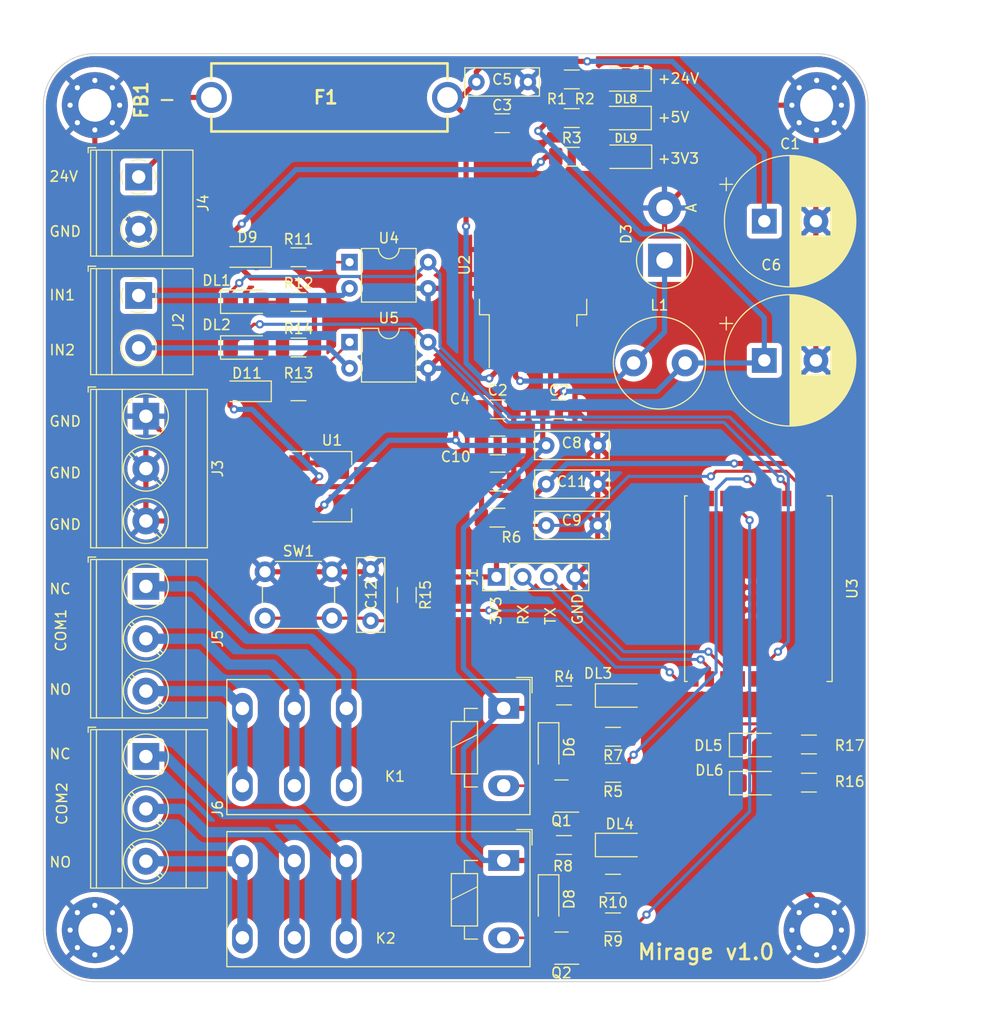
<source format=kicad_pcb>
(kicad_pcb (version 20221018) (generator pcbnew)
  (layers (0 "F.Cu" signal) (31 "B.Cu" signal) (34 "B.Paste" user) (35 "F.Paste" user) (36 "B.SilkS" user "B.Silkscreen") (37 "F.SilkS" user "F.Silkscreen") (38 "B.Mask" user) (39 "F.Mask" user) (44 "Edge.Cuts" user))
  (net 0 "")
  (net 1 "+24V")
  (net 2 "GND")
  (net 3 "+5V")
  (net 4 "+3.3V")
  (net 5 "/EN")
  (net 6 "/SW1")
  (net 7 "Net-(D3-K)")
  (net 8 "Net-(D6-A)")
  (net 9 "Net-(D8-A)")
  (net 10 "Net-(D9-K)")
  (net 11 "Net-(D11-K)")
  (net 12 "/IO1")
  (net 13 "Net-(DL1-A)")
  (net 14 "/IO2")
  (net 15 "Net-(DL2-A)")
  (net 16 "Net-(DL3-A)")
  (net 17 "Net-(DL4-A)")
  (net 18 "/DL1")
  (net 19 "Net-(DL5-A)")
  (net 20 "/DL2")
  (net 21 "Net-(DL6-A)")
  (net 22 "Net-(DL7-A)")
  (net 23 "Net-(DL8-A)")
  (net 24 "Net-(DL9-A)")
  (net 25 "Net-(F1-Pad1)")
  (net 26 "/24IN")
  (net 27 "/RX")
  (net 28 "/TX")
  (net 29 "/IN1")
  (net 30 "/IN2")
  (net 31 "Net-(J5-Pin_1)")
  (net 32 "Net-(J5-Pin_2)")
  (net 33 "Net-(J5-Pin_3)")
  (net 34 "Net-(J6-Pin_1)")
  (net 35 "Net-(J6-Pin_2)")
  (net 36 "Net-(J6-Pin_3)")
  (net 37 "Net-(Q1-B)")
  (net 38 "Net-(Q2-B)")
  (net 39 "/RELAY1")
  (net 40 "/RELAY2")
  (net 41 "Net-(R11-Pad1)")
  (net 42 "Net-(R13-Pad1)")
  (footprint "ESP:ESP32-C3-WROOM-02U" (layer "F.Cu") (at 159.35 111.89 -90)
    (fp_text reference "U3")
    (fp_text value "ESP32-C3-WROOM-02")
  )
  (footprint "Resistor_SMD:R_1206_3216Metric_Pad1.30x1.75mm_HandSolder" (layer "F.Cu") (at 164.25 130.7 180)
    (fp_text reference "R16")
    (fp_text value "1k")
  )
  (footprint "LED_SMD:LED_1206_3216Metric_Pad1.42x1.75mm_HandSolder" (layer "F.Cu") (at 109.65 84.056666)
    (fp_text reference "DL1")
    (fp_text value "LED_YELLOW")
  )
  (footprint "TerminalBlock_Phoenix:TerminalBlock_Phoenix_MKDS-1,5-2-5.08_1x02_P5.08mm_Horizontal" (layer "F.Cu") (at 99.25 83.455 -90)
    (fp_text reference "J2")
    (fp_text value "Screw_Terminal_01x02")
  )
  (footprint "Relay_THT:Relay_SPDT_Schrack-RT1-16A-FormC_RM5mm" (layer "F.Cu") (at 134.65 123.5 180)
    (fp_text reference "K1")
    (fp_text value "RT314A05")
  )
  (footprint "Relay_THT:Relay_SPDT_Schrack-RT1-16A-FormC_RM5mm" (layer "F.Cu") (at 134.65 138.25 180)
    (fp_text reference "K2")
    (fp_text value "RT314A05")
  )
  (footprint "TerminalBlock_Phoenix:TerminalBlock_Phoenix_MKDS-3-3-5.08_1x03_P5.08mm_Horizontal" (layer "F.Cu") (at 99.95 128.165 -90)
    (fp_text reference "J6")
    (fp_text value "Screw_Terminal_01x03")
  )
  (footprint "Resistor_SMD:R_1206_3216Metric_Pad1.30x1.75mm_HandSolder" (layer "F.Cu") (at 141.25 70)
    (fp_text reference "R3")
    (fp_text value "1k")
  )
  (footprint "Diode_SMD:D_SOD-123" (layer "F.Cu") (at 109.75 92.75 180)
    (fp_text reference "D11")
    (fp_text value "1N4148W-G")
  )
  (footprint "Capacitor_SMD:C_1206_3216Metric_Pad1.33x1.80mm_HandSolder" (layer "F.Cu") (at 134.0625 101.5)
    (fp_text reference "C10")
    (fp_text value "22u")
  )
  (footprint "Capacitor_SMD:C_1206_3216Metric_Pad1.33x1.80mm_HandSolder" (layer "F.Cu") (at 134.0625 98)
    (fp_text reference "C4")
    (fp_text value "22u")
  )
  (footprint "Diode_SMD:D_SOD-123" (layer "F.Cu") (at 139 127.25 -90)
    (fp_text reference "D6")
    (fp_text value "1N4148W-G")
  )
  (footprint "Resistor_SMD:R_1206_3216Metric_Pad1.30x1.75mm_HandSolder" (layer "F.Cu") (at 141.25 66.25)
    (fp_text reference "R2")
    (fp_text value "1k")
  )
  (footprint "Inductor_THT:L_Radial_D8.7mm_P5.00mm_Fastron_07HCP" (layer "F.Cu") (at 147.25 90)
    (fp_text reference "L1")
    (fp_text value "33u")
  )
  (footprint "Capacitor_THT:C_Disc_D7.0mm_W2.5mm_P5.00mm" (layer "F.Cu") (at 132 62.75)
    (fp_text reference "C5")
    (fp_text value "100n")
  )
  (footprint "Resistor_SMD:R_1206_3216Metric_Pad1.30x1.75mm_HandSolder" (layer "F.Cu") (at 145.25 144.25 180)
    (fp_text reference "R9")
    (fp_text value "1k")
  )
  (footprint "Resistor_SMD:R_1206_3216Metric_Pad1.30x1.75mm_HandSolder" (layer "F.Cu") (at 114.75 88.503334)
    (fp_text reference "R14")
    (fp_text value "4k7")
  )
  (footprint "Capacitor_SMD:C_1206_3216Metric_Pad1.33x1.80mm_HandSolder" (layer "F.Cu") (at 134.0625 94.5)
    (fp_text reference "C2")
    (fp_text value "22u")
  )
  (footprint "Resistor_SMD:R_1206_3216Metric_Pad1.30x1.75mm_HandSolder" (layer "F.Cu") (at 140.5 136.75)
    (fp_text reference "R8")
    (fp_text value "1k")
  )
  (footprint "Capacitor_THT:C_Disc_D7.0mm_W2.5mm_P5.00mm" (layer "F.Cu") (at 138.77 105.75)
    (fp_text reference "C9")
    (fp_text value "100n")
  )
  (footprint "Resistor_SMD:R_1206_3216Metric_Pad1.30x1.75mm_HandSolder" (layer "F.Cu") (at 164.25 127 180)
    (fp_text reference "R17")
    (fp_text value "1k")
  )
  (footprint "LED_SMD:LED_1206_3216Metric_Pad1.42x1.75mm_HandSolder" (layer "F.Cu") (at 146.5 66.25 180)
    (fp_text reference "DL8")
    (fp_text value "LED_BLUE")
  )
  (footprint "LED_SMD:LED_1206_3216Metric_Pad1.42x1.75mm_HandSolder" (layer "F.Cu") (at 146.545 70 180)
    (fp_text reference "DL9")
    (fp_text value "LED_BLUE")
  )
  (footprint "TerminalBlock_Phoenix:TerminalBlock_Phoenix_MKDS-3-3-5.08_1x03_P5.08mm_Horizontal" (layer "F.Cu") (at 99.95 111.665 -90)
    (fp_text reference "J5")
    (fp_text value "Screw_Terminal_01x03")
  )
  (footprint "Capacitor_SMD:C_1206_3216Metric_Pad1.33x1.80mm_HandSolder" (layer "F.Cu") (at 134.5 66.75)
    (fp_text reference "C3")
    (fp_text value "22u")
  )
  (footprint "Resistor_SMD:R_1206_3216Metric_Pad1.30x1.75mm_HandSolder" (layer "F.Cu") (at 134.0325 105)
    (fp_text reference "R6")
    (fp_text value "10k")
  )
  (footprint "Capacitor_THT:C_Disc_D7.0mm_W2.5mm_P5.00mm" (layer "F.Cu") (at 138.77 101.75)
    (fp_text reference "C11")
    (fp_text value "100n")
  )
  (footprint "LED_SMD:LED_1206_3216Metric_Pad1.42x1.75mm_HandSolder" (layer "F.Cu") (at 159 130.75)
    (fp_text reference "DL6")
    (fp_text value "LED_YELLOW")
  )
  (footprint "MountingHole:MountingHole_3.2mm_M3_Pad_Via" (layer "F.Cu") (at 95 65)
    (fp_text reference "H1" hide)
    (fp_text value "Hole_Pad")
  )
  (footprint "Package_DIP:DIP-4_W7.62mm" (layer "F.Cu") (at 119.7 80.225)
    (fp_text reference "U4")
    (fp_text value "LTV-817")
  )
  (footprint "TerminalBlock_Phoenix:TerminalBlock_Phoenix_MKDS-1,5-2-5.08_1x02_P5.08mm_Horizontal" (layer "F.Cu") (at 99.25 71.955 -90)
    (fp_text reference "J4")
    (fp_text value "Screw_Terminal_01x02")
  )
  (footprint "Capacitor_THT:C_Disc_D7.0mm_W2.5mm_P5.00mm" (layer "F.Cu") (at 121.75 115 90)
    (fp_text reference "C12")
    (fp_text value "100n")
  )
  (footprint "MountingHole:MountingHole_3.2mm_M3_Pad_Via" (layer "F.Cu") (at 95 145)
    (fp_text reference "H4" hide)
    (fp_text value "Hole_Pad")
  )
  (footprint "Package_DIP:DIP-4_W7.62mm" (layer "F.Cu") (at 119.7 87.975)
    (fp_text reference "U5")
    (fp_text value "LTV-817")
  )
  (footprint "Resistor_SMD:R_1206_3216Metric_Pad1.30x1.75mm_HandSolder" (layer "F.Cu") (at 114.75 92.75 180)
    (fp_text reference "R13")
    (fp_text value "4k7")
  )
  (footprint "LED_SMD:LED_1206_3216Metric_Pad1.42x1.75mm_HandSolder" (layer "F.Cu") (at 146 122.25)
    (fp_text reference "DL3")
    (fp_text value "LED_YELLOW")
  )
  (footprint "Diode_THT:D_DO-201AD_P5.08mm_Vertical_AnodeUp" (layer "F.Cu") (at 150.25 80.04 90)
    (fp_text reference "D3")
    (fp_text value "1N5822")
  )
  (footprint "LED_SMD:LED_1206_3216Metric_Pad1.42x1.75mm_HandSolder" (layer "F.Cu") (at 146 136.75)
    (fp_text reference "DL4")
    (fp_text value "LED_YELLOW")
  )
  (footprint "LED_SMD:LED_1206_3216Metric_Pad1.42x1.75mm_HandSolder" (layer "F.Cu") (at 109.65 88.5)
    (fp_text reference "DL2")
    (fp_text value "LED_YELLOW")
  )
  (footprint "Diode_SMD:D_SOD-123" (layer "F.Cu") (at 139 142 -90)
    (fp_text reference "D8")
    (fp_text value "1N4148W-G")
  )
  (footprint "LED_SMD:LED_1206_3216Metric_Pad1.42x1.75mm_HandSolder" (layer "F.Cu") (at 159 127.05)
    (fp_text reference "DL5")
    (fp_text value "LED_YELLOW")
  )
  (footprint "Resistor_SMD:R_1206_3216Metric_Pad1.30x1.75mm_HandSolder" (layer "F.Cu") (at 114.75 84.083333)
    (fp_text reference "R12")
    (fp_text value "4k7")
  )
  (footprint "Package_TO_SOT_SMD:TO-263-5_TabPin3" (layer "F.Cu") (at 137.5 80.5 90)
    (fp_text reference "U2")
    (fp_text value "LM2596S-5")
  )
  (footprint "Resistor_SMD:R_1206_3216Metric_Pad1.30x1.75mm_HandSolder" (layer "F.Cu") (at 140.5 122.25)
    (fp_text reference "R4")
    (fp_text value "1k")
  )
  (footprint "Resistor_SMD:R_1206_3216Metric_Pad1.30x1.75mm_HandSolder" (layer "F.Cu") (at 145.25 140.5 180)
    (fp_text reference "R10")
    (fp_text value "10k")
  )
  (footprint "Fuse_Holder_FX:FX0321" (layer "F.Cu") (at 117.75 64.25)
    (fp_text reference "F1")
    (fp_text value "Polyfuse" hide)
  )
  (footprint "MountingHole:MountingHole_3.2mm_M3_Pad_Via" (layer "F.Cu") (at 165 65)
    (fp_text reference "H2" hide)
    (fp_text value "Hole_Pad")
  )
  (footprint "Resistor_SMD:R_1206_3216Metric_Pad1.30x1.75mm_HandSolder" (layer "F.Cu") (at 145.25 126.25 180)
    (fp_text reference "R7")
    (fp_text value "10k")
  )
  (footprint "LED_SMD:LED_1206_3216Metric_Pad1.42x1.75mm_HandSolder" (layer "F.Cu") (at 146.5 62.5 180)
    (fp_text reference "DL7" hide)
    (fp_text value "LED_BLUE")
  )
  (footprint "Resistor_SMD:R_1206_3216Metric_Pad1.30x1.75mm_HandSolder" (layer "F.Cu") (at 141.25 62.5)
    (fp_text reference "R1")
    (fp_text value "1k")
  )
  (footprint "Capacitor_THT:C_Disc_D7.0mm_W2.5mm_P5.00mm" (layer "F.Cu") (at 138.77 98)
    (fp_text reference "C8")
    (fp_text value "100n")
  )
  (footprint "Resistor_SMD:R_1206_3216Metric_Pad1.30x1.75mm_HandSolder" (layer "F.Cu") (at 125.25 112.5 -90)
    (fp_text reference "R15")
    (fp_text value "10k")
  )
  (footprint "BLM:BLM21AG102BH1J" (layer "F.Cu") (at 102 64.5 90)
    (fp_text reference "FB1")
    (fp_text value "Fuse" hide)
  )
  (footprint "Resistor_SMD:R_1206_3216Metric_Pad1.30x1.75mm_HandSolder" (layer "F.Cu") (at 114.75 79.75 180)
    (fp_text reference "R11")
    (fp_text value "4k7")
  )
  (footprint "Resistor_SMD:R_1206_3216Metric_Pad1.30x1.75mm_HandSolder" (layer "F.Cu") (at 145.25 129.75 180)
    (fp_text reference "R5")
    (fp_text value "1k")
  )
  (footprint "Diode_SMD:D_SOD-123" (layer "F.Cu") (at 109.75 79.72 180)
    (fp_text reference "D9")
    (fp_text value "1N4148W-G")
  )
  (footprint "Package_TO_SOT_SMD:SOT-223-3_TabPin2" (layer "F.Cu") (at 118 102)
    (fp_text reference "U1")
    (fp_text value "TLV1117LV-3.3")
  )
  (footprint "Package_TO_SOT_SMD:SOT-23" (layer "F.Cu") (at 140.25 146.75 180)
    (fp_text reference "Q2")
    (fp_text value "BC817")
  )
  (footprint "Capacitor_SMD:C_1206_3216Metric_Pad1.33x1.80mm_HandSolder" (layer "F.Cu") (at 140 94.5)
    (fp_text reference "C7")
    (fp_text value "22u")
  )
  (footprint "Capacitor_THT:CP_Radial_D12.5mm_P5.00mm" (layer "F.Cu") (at 159.926041 89.75)
    (fp_text reference "C6")
    (fp_text value "220u")
  )
  (footprint "MountingHole:MountingHole_3.2mm_M3_Pad_Via" (layer "F.Cu") (at 165 145)
    (fp_text reference "H3" hide)
    (fp_text value "Hole_Pad")
  )
  (footprint "Connector_PinHeader_2.54mm:PinHeader_1x04_P2.54mm_Vertical" (layer "F.Cu") (at 133.95 110.75 90)
    (fp_text reference "J1")
    (fp_text value "Conn_01x04_Pin")
  )
  (footprint "TerminalBlock_Phoenix:TerminalBlock_Phoenix_MKDS-3-3-5.08_1x03_P5.08mm_Horizontal" (layer "F.Cu") (at 99.95 95.165 -90)
    (fp_text reference "J3")
    (fp_text value "Screw_Terminal_01x03")
  )
  (footprint "Button_Switch_THT:SW_PUSH_6mm_H5mm" (layer "F.Cu") (at 111.5 110.25)
    (fp_text reference "SW1")
    (fp_text value "SW_SPST")
  )
  (footprint "Package_TO_SOT_SMD:SOT-23" (layer "F.Cu") (at 140.25 132 180)
    (fp_text reference "Q1")
    (fp_text value "BC817")
  )
  (footprint "Capacitor_THT:CP_Radial_D12.5mm_P5.00mm" (layer "F.Cu") (at 159.926041 76.25)
    (fp_text reference "C1")
    (fp_text value "680u")
  )
  (gr_line (start 165 150) (end 95 150) (stroke (width 0.1)) (layer "Edge.Cuts"))
  (gr_arc (start 95 150) (mid 91.464466 148.535534) (end 90 145) (stroke (width 0.1)) (layer "Edge.Cuts"))
  (gr_line (start 170 65) (end 170 145) (stroke (width 0.1)) (layer "Edge.Cuts"))
  (gr_arc (start 170 145) (mid 168.535534 148.535534) (end 165 150) (stroke (width 0.1)) (layer "Edge.Cuts"))
  (gr_line (start 90 145) (end 90 65) (stroke (width 0.1)) (layer "Edge.Cuts"))
  (gr_arc (start 165 60) (mid 168.535534 61.464466) (end 170 65) (stroke (width 0.1)) (layer "Edge.Cuts"))
  (gr_arc (start 90 65) (mid 91.464466 61.464466) (end 95 60) (stroke (width 0.1)) (layer "Edge.Cuts"))
  (gr_line (start 95 60) (end 165 60) (stroke (width 0.1)) (layer "Edge.Cuts"))
  (gr_text "NC" (at 90.5 112.5) (layer "F.SilkS") (effects (font (size 1 1)) (justify left bottom)))
  (gr_text "NO" (at 90.5 122.25) (layer "F.SilkS") (effects (font (size 1 1)) (justify left bottom)))
  (gr_text "GND" (at 90.5 96.25) (layer "F.SilkS") (effects (font (size 1 1)) (justify left bottom)))
  (gr_text "+24V" (at 149.5 63) (layer "F.SilkS") (effects (font (size 1 1)) (justify left bottom)))
  (gr_text "GND" (at 90.5 106.25) (layer "F.SilkS") (effects (font (size 1 1)) (justify left bottom)))
  (gr_text "Mirage v1.0" (at 147.5 148) (layer "F.SilkS") (effects (font (size 1.5 1.5) (thickness 0.25) bold) (justify left bottom)))
  (gr_text "GND" (at 90.5 101.25) (layer "F.SilkS") (effects (font (size 1 1)) (justify left bottom)))
  (gr_text "24V" (at 90.5 72.5) (layer "F.SilkS") (effects (font (size 1 1)) (justify left bottom)))
  (gr_text "COM2" (at 92.4 134.9 90) (layer "F.SilkS") (effects (font (size 1 1)) (justify left bottom)))
  (gr_text "GND" (at 142.4 115.5 90) (layer "F.SilkS") (effects (font (size 1 1)) (justify left bottom)))
  (gr_text "+5V" (at 149.5 66.75) (layer "F.SilkS") (effects (font (size 1 1)) (justify left bottom)))
  (gr_text "3V3" (at 134.5 115.5 90) (layer "F.SilkS") (effects (font (size 1 1)) (justify left bottom)))
  (gr_text "+3V3" (at 149.5 70.75) (layer "F.SilkS") (effects (font (size 1 1)) (justify left bottom)))
  (gr_text "NC" (at 90.5 128.5) (layer "F.SilkS") (effects (font (size 1 1)) (justify left bottom)))
  (gr_text "TX" (at 139.766666 115.5 90) (layer "F.SilkS") (effects (font (size 1 1)) (justify left bottom)))
  (gr_text "COM1" (at 92.3 118.1 90) (layer "F.SilkS") (effects (font (size 1 1)) (justify left bottom)))
  (gr_text "GND" (at 90.5 77.833333) (layer "F.SilkS") (effects (font (size 1 1)) (justify left bottom)))
  (gr_text "NO" (at 90.5 139) (layer "F.SilkS") (effects (font (size 1 1)) (justify left bottom)))
  (gr_text "IN1" (at 90.5 84) (layer "F.SilkS") (effects (font (size 1 1)) (justify left bottom)))
  (gr_text "IN2" (at 90.5 89.333334) (layer "F.SilkS") (effects (font (size 1 1)) (justify left bottom)))
  (gr_text "RX" (at 137.133333 115.5 90) (layer "F.SilkS") (effects (font (size 1 1)) (justify left bottom)))
  (segment (start 141.45 60.75) (end 142.75 60.75) (width 0.5) (layer "F.Cu") (net 1))
  (segment (start 132.75 61) (end 132 61.75) (width 0.5) (layer "F.Cu") (net 1))
  (segment (start 138.2 61) (end 132.75 61) (width 0.5) (layer "F.Cu") (net 1))
  (segment (start 131 68.6875) (end 131 76.75) (width 0.5) (layer "F.Cu") (net 1))
  (segment (start 132.9375 66.75) (end 131.7 66.75) (width 0.5) (layer "F.Cu") (net 1))
  (segment (start 132 61.75) (end 132 62.75) (width 0.5) (layer "F.Cu") (net 1))
  (segment (start 132.9375 66.75) (end 131 68.6875) (width 0.5) (layer "F.Cu") (net 1))
  (segment (start 134.1 90.65) (end 133.25 91.5) (width 0.5) (layer "F.Cu") (net 1))
  (segment (start 131.7 66.75) (end 129.2 64.25) (width 0.5) (layer "F.Cu") (net 1))
  (segment (start 130.5 64.25) (end 132 62.75) (width 0.5) (layer "F.Cu") (net 1))
  (segment (start 139.7 62.5) (end 138.2 61) (width 0.5) (layer "F.Cu") (net 1))
  (segment (start 139.7 62.5) (end 141.45 60.75) (width 0.5) (layer "F.Cu") (net 1))
  (segment (start 129.2 64.25) (end 130.5 64.25) (width 0.5) (layer "F.Cu") (net 1))
  (segment (start 134.1 88.15) (end 134.1 90.65) (width 0.5) (layer "F.Cu") (net 1))
  (via (at 142.75 60.75) (size 0.8) (drill 0.4) (layers "F.Cu" "B.Cu") (net 1))
  (via (at 133.25 91.5) (size 0.8) (drill 0.4) (layers "F.Cu" "B.Cu") (net 1))
  (via (at 131 76.75) (size 0.8) (drill 0.4) (layers "F.Cu" "B.Cu") (net 1))
  (segment (start 132.5 91.5) (end 131 90) (width 0.5) (layer "B.Cu") (net 1))
  (segment (start 159.926041 76.25) (end 159.926041 69.676041) (width 0.5) (layer "B.Cu") (net 1))
  (segment (start 151 60.75) (end 142.75 60.75) (width 0.5) (layer "B.Cu") (net 1))
  (segment (start 131 90) (end 131 76.75) (width 0.5) (layer "B.Cu") (net 1))
  (segment (start 133.25 91.5) (end 132.5 91.5) (width 0.5) (layer "B.Cu") (net 1))
  (segment (start 159.926041 69.676041) (end 151 60.75) (width 0.5) (layer "B.Cu") (net 1))
  (segment (start 135.625 98) (end 135.625 94.5) (width 0.5) (layer "F.Cu") (net 2))
  (segment (start 150.25 74.96) (end 160.21 65) (width 0.5) (layer "F.Cu") (net 2))
  (segment (start 143.77 105.75) (end 143.77 108.55) (width 0.5) (layer "F.Cu") (net 2))
  (segment (start 143.7 126.25) (end 141.1875 128.7625) (width 0.5) (layer "F.Cu") (net 2))
  (segment (start 143.77 98) (end 143.77 96.7075) (width 0.5) (layer "F.Cu") (net 2))
  (segment (start 147.9875 66.25) (end 147.9875 69.955) (width 0.5) (layer "F.Cu") (net 2))
  (segment (start 134.725 83.11) (end 134.725 81.425) (width 0.5) (layer "F.Cu") (net 2))
  (segment (start 136.0625 66.75) (end 136.0625 63.6875) (width 0.5) (layer "F.Cu") (net 2))
  (segment (start 137.5 92.625) (end 137.5 88.15) (width 0.5) (layer "F.Cu") (net 2))
  (segment (start 157.8 111.75) (end 158.9 111.75) (width 0.5) (layer "F.Cu") (net 2))
  (segment (start 147.9875 69.955) (end 148.0325 70) (width 0.5) (layer "F.Cu") (net 2))
  (segment (start 127.32 90.515) (end 134.725 83.11) (width 0.5) (layer "F.Cu") (net 2))
  (segment (start 121.5 110.25) (end 121.75 110) (width 0.5) (layer "F.Cu") (net 2))
  (segment (start 158.9 112.8) (end 158.9 111.75) (width 0.5) (layer "F.Cu") (net 2))
  (segment (start 153.1 103.14) (end 153.1 107.05) (width 0.5) (layer "F.Cu") (net 2))
  (segment (start 141.1875 143.0125) (end 141.1875 145.8) (width 0.5) (layer "F.Cu") (net 2))
  (segment (start 137.5 88.15) (end 137.5 79) (width 0.5) (layer "F.Cu") (net 2))
  (segment (start 157.8 112.8) (end 157.8 113.95) (width 0.5) (layer "F.Cu") (net 2))
  (segment (start 136.0625 63.6875) (end 137 62.75) (width 0.5) (layer "F.Cu") (net 2))
  (segment (start 165 142.25) (end 165 145) (width 0.5) (layer "F.Cu") (net 2))
  (segment (start 95 72.785) (end 99.25 77.035) (width 0.5) (layer "F.Cu") (net 2))
  (segment (start 99.25 77.035) (end 95 81.285) (width 0.5) (layer "F.Cu") (net 2))
  (segment (start 151.71 101.75) (end 153.1 103.14) (width 0.5) (layer "F.Cu") (net 2))
  (segment (start 157.8 111.75) (end 157.8 112.8) (width 0.5) (layer "F.Cu") (net 2))
  (segment (start 157.8 113.95) (end 158.9 113.95) (width 0.5) (layer "F.Cu") (net 2))
  (segment (start 140.9 82.4) (end 137.5 79) (width 0.5) (layer "F.Cu") (net 2))
  (segment (start 140.9 88.15) (end 140.9 82.4) (width 0.5) (layer "F.Cu") (net 2))
  (segment (start 160 112.8) (end 158.9 112.8) (width 0.5) (layer "F.Cu") (net 2))
  (segment (start 160.21 65) (end 165 65) (width 0.5) (layer "F.Cu") (net 2))
  (segment (start 106.575 105.325) (end 99.95 105.325) (width 0.5) (layer "F.Cu") (net 2))
  (segment (start 141.89 74.96) (end 140.275 76.575) (width 0.5) (layer "F.Cu") (net 2))
  (segment (start 150.25 74.96) (end 141.89 74.96) (width 0.5) (layer "F.Cu") (net 2))
  (segment (start 111.5 110.25) (end 106.575 105.325) (width 0.5) (layer "F.Cu") (net 2))
  (segment (start 148.65 117.83) (end 148.65 128.65) (width 0.5) (layer "F.Cu") (net 2))
  (segment (start 135.625 94.5) (end 137.5 92.625) (width 0.5) (layer "F.Cu") (net 2))
  (segment (start 124.035 90.515) (end 114.85 99.7) (width 0.5) (layer "F.Cu") (net 2))
  (segment (start 143.77 101.75) (end 151.71 101.75) (width 0.5) (layer "F.Cu") (net 2))
  (segment (start 143.7 126.25) (end 145.025 124.925) (width 0.5) (layer "F.Cu") (net 2))
  (segment (start 148.0325 70) (end 150.25 72.2175) (width 0.5) (layer "F.Cu") (net 2))
  (segment (start 164.926041 65.073959) (end 165 65) (width 0.5) (layer "F.Cu") (net 2))
  (segment (start 145.025 139.175) (end 159.175 139.175) (width 0.5) (layer "F.Cu") (net 2))
  (segment (start 148.65 128.65) (end 165 145) (width 0.5) (layer "F.Cu") (net 2))
  (segment (start 143.7 140.5) (end 141.1875 143.0125) (width 0.5) (layer "F.Cu") (net 2))
  (segment (start 127.32 90.515) (end 124.035 90.515) (width 0.5) (layer "F.Cu") (net 2))
  (segment (start 159.175 139.175) (end 165 145) (width 0.5) (layer "F.Cu") (net 2))
  (segment (start 127.32 90.515) (end 130.567449 90.515) (width 0.5) (layer "F.Cu") (net 2))
  (segment (start 95 65) (end 95 72.785) (width 0.5) (layer "F.Cu") (net 2))
  (segment (start 143.77 98) (end 143.77 101.75) (width 0.5) (layer "F.Cu") (net 2))
  (segment (start 160 113.95) (end 158.9 113.95) (width 0.5) (layer "F.Cu") (net 2))
  (segment (start 150.25 72.2175) (end 150.25 74.96) (width 0.5) (layer "F.Cu") (net 2))
  (segment (start 158.9 113.95) (end 158.9 112.8) (width 0.5) (layer "F.Cu") (net 2))
  (segment (start 118 110.25) (end 111.5 110.25) (width 0.5) (layer "F.Cu") (net 2))
  (segment (start 160 112.8) (end 160 113.95) (width 0.5) (layer "F.Cu") (net 2))
  (segment (start 99.25 149.25) (end 160.75 149.25) (width 0.5) (layer "F.Cu") (net 2))
  (segment (start 147.675 124.925) (end 165 142.25) (width 0.5) (layer "F.Cu") (net 2))
  (segment (start 153.1 107.05) (end 157.8 111.75) (width 0.5) (layer "F.Cu") (net 2))
  (segment (start 143.7 140.5) (end 145.025 139.175) (width 0.5) (layer "F.Cu") (net 2))
  (segment (start 136.0625 75.2375) (end 134.725 76.575) (width 0.5) (layer "F.Cu") (net 2))
  (segment (start 141.57 110.75) (end 148.65 117.83) (width 0.5) (layer "F.Cu") (net 2))
  (segment (start 104.485 99.7) (end 99.95 95.165) (width 0.5) (layer "F.Cu") (net 2))
  (segment (start 95 81.285) (end 95 92.75) (width 0.5) (layer "F.Cu") (net 2))
  (segment (start 134.552449 94.5) (end 135.625 94.5) (width 0.5) (layer "F.Cu") (net 2))
  (segment (start 141.5625 88.8125) (end 140.9 88.15) (width 0.5) (layer "F.Cu") (net 2))
  (segment (start 130.567449 90.515) (end 134.552449 94.5) (width 0.5) (layer "F.Cu") (net 2))
  (segment (start 164.926041 76.25) (end 164.926041 89.75) (width 0.5) (layer "F.Cu") (net 2))
  (segment (start 160 111.75) (end 160 112.8) (width 0.5) (layer "F.Cu") (net 2))
  (segment (start 143.77 105.75) (end 143.77 101.75) (width 0.5) (layer "F.Cu") (net 2))
  (segment (start 143.77 96.7075) (end 141.5625 94.5) (width 0.5) (layer "F.Cu") (net 2))
  (segment (start 114.85 99.7) (end 104.485 99.7) (width 0.5) (layer "F.Cu") (net 2))
  (segment (start 97.415 95.165) (end 99.95 95.165) (width 0.5) (layer "F.Cu") (net 2))
  (segment (start 143.77 108.55) (end 141.57 110.75) (width 0.5) (layer "F.Cu") (net 2))
  (segment (start 127.32 82.765) (end 133.385 82.765) (width 0.5) (layer "F.Cu") (net 2))
  (segment (start 164.926041 76.25) (end 164.926041 65.073959) (width 0.5) (layer "F.Cu") (net 2))
  (segment (start 99.95 95.165) (end 99.95 100.245) (width 0.5) (layer "F.Cu") (net 2))
  (segment (start 95 145) (end 99.25 149.25) (width 0.5) (layer "F.Cu") (net 2))
  (segment (start 145.025 124.925) (end 147.675 124.925) (width 0.5) (layer "F.Cu") (net 2))
  (segment (start 135.625 98) (end 135.625 101.5) (width 0.5) (layer "F.Cu") (net 2))
  (segment (start 158.9 111.75) (end 160 111.75) (width 0.5) (layer "F.Cu") (net 2))
  (segment (start 136.0625 66.75) (end 136.0625 75.2375) (width 0.5) (layer "F.Cu") (net 2))
  (segment (start 118 110.25) (end 121.5 110.25) (width 0.5) (layer "F.Cu") (net 2))
  (segment (start 133.385 82.765) (end 134.725 81.425) (width 0.5) (layer "F.Cu") (net 2))
  (segment (start 141.5625 94.5) (end 141.5625 88.8125) (width 0.5) (layer "F.Cu") (net 2))
  (segment (start 99.95 105.325) (end 99.95 100.245) (width 0.5) (layer "F.Cu") (net 2))
  (segment (start 95 92.75) (end 97.415 95.165) (width 0.5) (layer "F.Cu") (net 2))
  (segment (start 147.9875 62.5) (end 147.9875 66.25) (width 0.5) (layer "F.Cu") (net 2))
  (segment (start 160.75 149.25) (end 165 145) (width 0.5) (layer "F.Cu") (net 2))
  (segment (start 141.1875 128.7625) (end 141.1875 131.05) (width 0.5) (layer "F.Cu") (net 2))
  (segment (start 139.2 88.15) (end 139.2 93.7375) (width 0.5) (layer "F.Cu") (net 3))
  (segment (start 137.45 138.25) (end 138.95 136.75) (width 0.5) (layer "F.Cu") (net 3))
  (segment (start 134.65 138.25) (end 136.9 138.25) (width 0.5) (layer "F.Cu") (net 3))
  (segment (start 134.65 123.5) (end 137.7 123.5) (width 0.5) (layer "F.Cu") (net 3))
  (segment (start 138.4375 94.5) (end 138.4375 97.6675) (width 0.5) (layer "F.Cu") (net 3))
  (segment (start 140.1875 92.75) (end 140.5 92.75) (width 0.5) (layer "F.Cu") (net 3))
  (segment (start 134.65 138.25) (end 137.45 138.25) (width 0.5) (layer "F.Cu") (net 3))
  (segment (start 137.7 123.5) (end 138.95 122.25) (width 0.5) (layer "F.Cu") (net 3))
  (segment (start 130 97.5) (end 130 95.75) (width 0.5) (layer "F.Cu") (net 3))
  (segment (start 139.7 66.25) (end 139.25 66.25) (width 0.5) (layer "F.Cu") (net 3))
  (segment (start 139.2 93.7375) (end 138.4375 94.5) (width 0.5) (layer "F.Cu") (net 3))
  (segment (start 139 122.3) (end 138.95 122.25) (width 0.5) (layer "F.Cu") (net 3))
  (segment (start 131.25 94.5) (end 132.5 94.5) (width 0.5) (layer "F.Cu") (net 3))
  (segment (start 139 125.6) (end 139 122.3) (width 0.5) (layer "F.Cu") (net 3))
  (segment (start 138.4375 94.5) (end 140.1875 92.75) (width 0.5) (layer "F.Cu") (net 3))
  (segment (start 116.7 104.3) (end 117.25 103.75) (width 0.5) (layer "F.Cu") (net 3))
  (segment (start 139.25 66.25) (end 138 67.5) (width 0.5) (layer "F.Cu") (net 3))
  (segment (start 114.85 104.3) (end 116.7 104.3) (width 0.5) (layer "F.Cu") (net 3))
  (segment (start 130 95.75) (end 131.25 94.5) (width 0.5) (layer "F.Cu") (net 3))
  (segment (start 136.9 138.25) (end 139 140.35) (width 0.5) (layer "F.Cu") (net 3))
  (segment (start 138.4375 97.6675) (end 138.77 98) (width 0.5) (layer "F.Cu") (net 3))
  (via (at 117.25 103.75) (size 0.8) (drill 0.4) (layers "F.Cu" "B.Cu") (net 3))
  (via (at 138 67.5) (size 0.8) (drill 0.4) (layers "F.Cu" "B.Cu") (net 3))
  (via (at 130 97.5) (size 0.8) (drill 0.4) (layers "F.Cu" "B.Cu") (net 3))
  (via (at 140.5 92.75) (size 0.8) (drill 0.4) (layers "F.Cu" "B.Cu") (net 3))
  (segment (start 123.5 97.5) (end 130 97.5) (width 0.5) (layer "B.Cu") (net 3))
  (segment (start 151.81 77.5) (end 148 77.5) (width 0.5) (layer "B.Cu") (net 3))
  (segment (start 159.926041 89.75) (end 159.926041 85.616041) (width 0.5) (layer "B.Cu") (net 3))
  (segment (start 148 77.5) (end 138 67.5) (width 0.5) (layer "B.Cu") (net 3))
  (segment (start 152.25 90) (end 149.5 92.75) (width 0.5) (layer "B.Cu") (net 3))
  (segment (start 159.676041 90) (end 159.926041 89.75) (width 0.5) (layer "B.Cu") (net 3))
  (segment (start 159.926041 85.616041) (end 151.81 77.5) (width 0.5) (layer "B.Cu") (net 3))
  (segment (start 149.5 92.75) (end 140.5 92.75) (width 0.5) (layer "B.Cu") (net 3))
  (segment (start 130.75 136.25) (end 132.75 138.25) (width 0.5) (layer "B.Cu") (net 3))
  (segment (start 132.75 138.25) (end 134.65 138.25) (width 0.5) (layer "B.Cu") (net 3))
  (segment (start 130.75 106.02) (end 130.75 119.6) (width 0.5) (layer "B.Cu") (net 3))
  (segment (start 130.75 127.4) (end 130.75 136.25) (width 0.5) (layer "B.Cu") (net 3))
  (segment (start 130.5 98) (end 130 97.5) (width 0.5) (layer "B.Cu") (net 3))
  (segment (start 152.25 90) (end 159.676041 90) (width 0.5) (layer "B.Cu") (net 3))
  (segment (start 138.77 98) (end 130.5 98) (width 0.5) (layer "B.Cu") (net 3))
  (segment (start 130.75 119.6) (end 134.65 123.5) (width 0.5) (layer "B.Cu") (net 3))
  (segment (start 117.25 103.75) (end 123.5 97.5) (width 0.5) (layer "B.Cu") (net 3))
  (segment (start 134.65 123.5) (end 130.75 127.4) (width 0.5) (layer "B.Cu") (net 3))
  (segment (start 138.77 98) (end 130.75 106.02) (width 0.5) (layer "B.Cu") (net 3))
  (segment (start 115.75 102) (end 116.75 101) (width 0.5) (layer "F.Cu") (net 4))
  (segment (start 166 104.04) (end 165.1 103.14) (width 0.5) (layer "F.Cu") (net 4))
  (segment (start 108.75 90.75) (end 114.053334 90.75) (width 0.5) (layer "F.Cu") (net 4))
  (segment (start 166 126.8) (end 166 104.04) (width 0.5) (layer "F.Cu") (net 4))
  (segment (start 132 102) (end 132.5 101.5) (width 0.5) (layer "F.Cu") (net 4))
  (segment (start 132.5 104.9825) (end 132.4825 105) (width 0.5) (layer "F.Cu") (net 4))
  (segment (start 137.67 102.85) (end 133.85 102.85) (width 0.5) (layer "F.Cu") (net 4))
  (segment (start 133.95 110.75) (end 125.45 110.75) (width 0.5) (layer "F.Cu") (net 4))
  (segment (start 138.77 101.75) (end 137.67 102.85) (width 0.5) (layer "F.Cu") (net 4))
  (segment (start 138.75 70) (end 138.25 70.5) (width 0.5) (layer "F.Cu") (net 4))
  (segment (start 121.15 102) (end 114.85 102) (width 0.5) (layer "F.Cu") (net 4))
  (segment (start 108.1 79.72) (end 110.13 81.75) (width 0.5) (layer "F.Cu") (net 4))
  (segment (start 132.5 101.5) (end 132.5 104.9825) (width 0.5) (layer "F.Cu") (net 4))
  (segment (start 132.5 98) (end 132.5 101.5) (width 0.5) (layer "F.Cu") (net 4))
  (segment (start 114.85 102) (end 115.75 102) (width 0.5) (layer "F.Cu") (net 4))
  (segment (start 162.96 99.75) (end 165.1 101.89) (width 0.5) (layer "F.Cu") (net 4))
  (segment (start 121.15 102) (end 132 102) (width 0.5) (layer "F.Cu") (net 4))
  (segment (start 157 99.75) (end 162.96 99.75) (width 0.5) (layer "F.Cu") (net 4))
  (segment (start 108.1 92.75) (end 108.1 94.1) (width 0.5) (layer "F.Cu") (net 4))
  (segment (start 113.966667 81.75) (end 116.3 84.083333) (width 0.5) (layer "F.Cu") (net 4))
  (segment (start 139.7 70) (end 138.75 70) (width 0.5) (layer "F.Cu") (net 4))
  (segment (start 108.1 91.4) (end 108.75 90.75) (width 0.5) (layer "F.Cu") (net 4))
  (segment (start 108.1 94.1) (end 108.5 94.5) (width 0.5) (layer "F.Cu") (net 4))
  (segment (start 108.1 77.65) (end 109.25 76.5) (width 0.5) (layer "F.Cu") (net 4))
  (segment (start 108.1 92.75) (end 108.1 91.4) (width 0.5) (layer "F.Cu") (net 4))
  (segment (start 125.45 110.75) (end 125.25 110.95) (width 0.5) (layer "F.Cu") (net 4))
  (segment (start 114.053334 90.75) (end 116.3 88.503334) (width 0.5) (layer "F.Cu") (net 4))
  (segment (start 133.95 110.75) (end 133.95 106.4675) (width 0.5) (layer "F.Cu") (net 4))
  (segment (start 133.95 106.4675) (end 132.4825 105) (width 0.5) (layer "F.Cu") (net 4))
  (segment (start 165.8 127) (end 166 126.8) (width 0.5) (layer "F.Cu") (net 4))
  (segment (start 165.8 130.7) (end 165.8 127) (width 0.5) (layer "F.Cu") (net 4))
  (segment (start 108.1 79.72) (end 108.1 77.65) (width 0.5) (layer "F.Cu") (net 4))
  (segment (start 116.3 84.083333) (end 116.3 88.503334) (width 0.5) (layer "F.Cu") (net 4))
  (segment (start 110.13 81.75) (end 113.966667 81.75) (width 0.5) (layer "F.Cu") (net 4))
  (segment (start 165.1 101.89) (end 165.1 103.14) (width 0.5) (layer "F.Cu") (net 4))
  (segment (start 133.85 102.85) (end 132.5 101.5) (width 0.5) (layer "F.Cu") (net 4))
  (via (at 138.25 70.5) (size 0.8) (drill 0.4) (layers "F.Cu" "B.Cu") (net 4))
  (via (at 108.5 94.5) (size 0.8) (drill 0.4) (layers "F.Cu" "B.Cu") (net 4))
  (via (at 109.25 76.5) (size 0.8) (drill 0.4) (layers "F.Cu" "B.Cu") (net 4))
  (via (at 116.75 101) (size 0.8) (drill 0.4) (layers "F.Cu" "B.Cu") (net 4))
  (via (at 157 99.75) (size 0.8) (drill 0.4) (layers "F.Cu" "B.Cu") (net 4))
  (segment (start 110.25 94.5) (end 108.5 94.5) (width 0.5) (layer "B.Cu") (net 4))
  (segment (start 137.5 71.25) (end 114.5 71.25) (width 0.5) (layer "B.Cu") (net 4))
  (segment (start 140.77 99.75) (end 157 99.75) (width 0.5) (layer "B.Cu") (net 4))
  (segment (start 114.5 71.25) (end 109.25 76.5) (width 0.5) (layer "B.Cu") (net 4))
  (segment (start 116.75 101) (end 110.25 94.5) (width 0.5) (layer "B.Cu") (net 4))
  (segment (start 138.77 101.75) (end 140.77 99.75) (width 0.5) (layer "B.Cu") (net 4))
  (segment (start 138.25 70.5) (end 137.5 71.25) (width 0.5) (layer "B.Cu") (net 4))
  (segment (start 135.5825 105) (end 136.3325 105.75) (width 0.3) (layer "F.Cu") (net 5))
  (segment (start 136.3325 105.75) (end 138.77 105.75) (width 0.3) (layer "F.Cu") (net 5))
  (segment (start 163.6 102.09) (end 162.01 100.5) (width 0.3) (layer "F.Cu") (net 5))
  (segment (start 155.25 100.5) (end 154.75 101) (width 0.3) (layer "F.Cu") (net 5))
  (segment (start 163.6 103.14) (end 163.6 102.09) (width 0.3) (layer "F.Cu") (net 5))
  (segment (start 162.01 100.5) (end 155.25 100.5) (width 0.3) (layer "F.Cu") (net 5))
  (via (at 154.75 101) (size 0.8) (drill 0.4) (layers "F.Cu" "B.Cu") (net 5))
  (segment (start 142 105.75) (end 146.75 101) (width 0.3) (layer "B.Cu") (net 5))
  (segment (start 146.75 101) (end 154.75 101) (width 0.3) (layer "B.Cu") (net 5))
  (segment (start 138.77 105.75) (end 142 105.75) (width 0.3) (layer "B.Cu") (net 5))
  (segment (start 124.3 115) (end 125.25 114.05) (width 0.3) (layer "F.Cu") (net 6))
  (segment (start 121.75 115) (end 124.3 115) (width 0.3) (layer "F.Cu") (net 6))
  (segment (start 133.25 114) (end 125.3 114) (width 0.3) (layer "F.Cu") (net 6))
  (segment (start 151.39 120.64) (end 150.75 120) (width 0.3) (layer "F.Cu") (net 6))
  (segment (start 125.3 114) (end 125.25 114.05) (width 0.3) (layer "F.Cu") (net 6))
  (segment (start 111.5 114.75) (end 118 114.75) (width 0.3) (layer "F.Cu") (net 6))
  (segment (start 118 114.75) (end 121.5 114.75) (width 0.3) (layer "F.Cu") (net 6))
  (segment (start 121.5 114.75) (end 121.75 115) (width 0.3) (layer "F.Cu") (net 6))
  (segment (start 153.1 120.64) (end 151.39 120.64) (width 0.3) (layer "F.Cu") (net 6))
  (via (at 133.25 114) (size 0.8) (drill 0.4) (layers "F.Cu" "B.Cu") (net 6))
  (via (at 150.75 120) (size 0.8) (drill 0.4) (layers "F.Cu" "B.Cu") (net 6))
  (segment (start 145.5 119.5) (end 150.25 119.5) (width 0.3) (layer "B.Cu") (net 6))
  (segment (start 140.05 114.05) (end 145.5 119.5) (width 0.3) (layer "B.Cu") (net 6))
  (segment (start 150.25 119.5) (end 150.75 120) (width 0.3) (layer "B.Cu") (net 6))
  (segment (start 133.25 114) (end 140.05 114.05) (width 0.3) (layer "B.Cu") (net 6))
  (segment (start 135.8 91.3) (end 136.25 91.75) (width 0.5) (layer "F.Cu") (net 7))
  (segment (start 135.8 88.15) (end 135.8 91.3) (width 0.5) (layer "F.Cu") (net 7))
  (via (at 136.25 91.75) (size 0.8) (drill 0.4) (layers "F.Cu" "B.Cu") (net 7))
  (segment (start 145.5 91.75) (end 136.25 91.75) (width 0.5) (layer "B.Cu") (net 7))
  (segment (start 150.25 80.04) (end 150.25 87) (width 0.5) (layer "B.Cu") (net 7))
  (segment (start 147.25 90) (end 145.5 91.75) (width 0.5) (layer "B.Cu") (net 7))
  (segment (start 150.25 87) (end 147.25 90) (width 0.5) (layer "B.Cu") (net 7))
  (segment (start 139 131.6875) (end 139.3125 132) (width 0.25) (layer "F.Cu") (net 8))
  (segment (start 139 128.9) (end 139 131.6875) (width 0.25) (layer "F.Cu") (net 8))
  (segment (start 134.65 131) (end 138.3125 131) (width 0.25) (layer "F.Cu") (net 8))
  (segment (start 138.3125 131) (end 139.3125 132) (width 0.25) (layer "F.Cu") (net 8))
  (segment (start 139 128.9) (end 139 127.7625) (width 0.25) (layer "F.Cu") (net 8))
  (segment (start 139 127.7625) (end 144.5125 122.25) (width 0.25) (layer "F.Cu") (net 8))
  (segment (start 139 146.4375) (end 139.3125 146.75) (width 0.25) (layer "F.Cu") (net 9))
  (segment (start 139 143.65) (end 139 146.4375) (width 0.25) (layer "F.Cu") (net 9))
  (segment (start 139 142.2625) (end 139 143.65) (width 0.25) (layer "F.Cu") (net 9))
  (segment (start 138.3125 145.75) (end 139.3125 146.75) (width 0.25) (layer "F.Cu") (net 9))
  (segment (start 144.5125 136.75) (end 139 142.2625) (width 0.25) (layer "F.Cu") (net 9))
  (segment (start 134.65 145.75) (end 138.3125 145.75) (width 0.25) (layer "F.Cu") (net 9))
  (segment (start 111.4 79.72) (end 113.17 79.72) (width 0.25) (layer "F.Cu") (net 10))
  (segment (start 113.17 79.72) (end 113.2 79.75) (width 0.25) (layer "F.Cu") (net 10))
  (segment (start 111.4 92.75) (end 113.2 92.75) (width 0.25) (layer "F.Cu") (net 11))
  (segment (start 160.6 120.64) (end 160.6 118.65) (width 0.3) (layer "F.Cu") (net 12))
  (segment (start 108.1625 83.0875) (end 109 82.25) (width 0.3) (layer "F.Cu") (net 12))
  (segment (start 160.6 118.65) (end 161.25 118) (width 0.3) (layer "F.Cu") (net 12))
  (segment (start 108.1625 84.056666) (end 108.1625 83.0875) (width 0.3) (layer "F.Cu") (net 12))
  (via (at 109 82.25) (size 0.8) (drill 0.4) (layers "F.Cu" "B.Cu") (net 12))
  (via (at 161.25 118) (size 0.8) (drill 0.4) (layers "F.Cu" "B.Cu") (net 12))
  (segment (start 162.25 100.939339) (end 162.25 117) (width 0.3) (layer "B.Cu") (net 12))
  (segment (start 125.93 81.615) (end 109.635 81.615) (width 0.3) (layer "B.Cu") (net 12))
  (segment (start 131.026053 90.973947) (end 135.302106 95.25) (width 0.3) (layer "B.Cu") (net 12))
  (segment (start 127.32 80.225) (end 128.47 81.375) (width 0.3) (layer "B.Cu") (net 12))
  (segment (start 135.302106 95.25) (end 156.560661 95.25) (width 0.3) (layer "B.Cu") (net 12))
  (segment (start 128.47 88.417894) (end 131.026053 90.973947) (width 0.3) (layer "B.Cu") (net 12))
  (segment (start 162.25 117) (end 161.25 118) (width 0.3) (layer "B.Cu") (net 12))
  (segment (start 128.47 81.375) (end 128.47 88.417894) (width 0.3) (layer "B.Cu") (net 12))
  (segment (start 127.32 80.225) (end 125.93 81.615) (width 0.3) (layer "B.Cu") (net 12))
  (segment (start 156.560661 95.25) (end 162.25 100.939339) (width 0.3) (layer "B.Cu") (net 12))
  (segment (start 109.635 81.615) (end 109 82.25) (width 0.3) (layer "B.Cu") (net 12))
  (segment (start 113.2 84.083333) (end 111.164167 84.083333) (width 0.25) (layer "F.Cu") (net 13))
  (segment (start 111.164167 84.083333) (end 111.1375 84.056666) (width 0.25) (layer "F.Cu") (net 13))
  (segment (start 111 86.25) (end 110.4125 86.25) (width 0.3) (layer "F.Cu") (net 14))
  (segment (start 162.1 103.14) (end 162.1 101.85) (width 0.3) (layer "F.Cu") (net 14))
  (segment (start 162.1 101.85) (end 161.5 101.25) (width 0.3) (layer "F.Cu") (net 14))
  (segment (start 110.4125 86.25) (end 108.1625 88.5) (width 0.3) (layer "F.Cu") (net 14))
  (via (at 111 86.25) (size 0.8) (drill 0.4) (layers "F.Cu" "B.Cu") (net 14))
  (via (at 161.5 101.25) (size 0.8) (drill 0.4) (layers "F.Cu" "B.Cu") (net 14))
  (segment (start 127.32 87.975) (end 125.595 86.25) (width 0.3) (layer "B.Cu") (net 14))
  (segment (start 135.095 95.75) (end 127.32 87.975) (width 0.3) (layer "B.Cu") (net 14))
  (segment (start 156 95.75) (end 135.095 95.75) (width 0.3) (layer "B.Cu") (net 14))
  (segment (start 161.5 101.25) (end 156 95.75) (width 0.3) (layer "B.Cu") (net 14))
  (segment (start 125.595 86.25) (end 111 86.25) (width 0.3) (layer "B.Cu") (net 14))
  (segment (start 113.2 88.503334) (end 111.140834 88.503334) (width 0.25) (layer "F.Cu") (net 15))
  (segment (start 111.140834 88.503334) (end 111.1375 88.5) (width 0.25) (layer "F.Cu") (net 15))
  (segment (start 142.05 122.25) (end 143.25 121.05) (width 0.25) (layer "F.Cu") (net 16))
  (segment (start 143.25 121.05) (end 146.2875 121.05) (width 0.25) (layer "F.Cu") (net 16))
  (segment (start 146.2875 121.05) (end 147.4875 122.25) (width 0.25) (layer "F.Cu") (net 16))
  (segment (start 146.2875 135.55) (end 147.4875 136.75) (width 0.25) (layer "F.Cu") (net 17))
  (segment (start 142.05 136.75) (end 143.25 135.55) (width 0.25) (layer "F.Cu") (net 17))
  (segment (start 143.25 135.55) (end 146.2875 135.55) (width 0.25) (layer "F.Cu") (net 17))
  (segment (start 157.5125 127.05) (end 159.0625 125.5) (width 0.3) (layer "F.Cu") (net 18))
  (segment (start 162.25 125.5) (end 165.1 122.65) (width 0.3) (layer "F.Cu") (net 18))
  (segment (start 159.0625 125.5) (end 162.25 125.5) (width 0.3) (layer "F.Cu") (net 18))
  (segment (start 165.1 122.65) (end 165.1 120.64) (width 0.3) (layer "F.Cu") (net 18))
  (segment (start 162.65 127.05) (end 162.7 127) (width 0.25) (layer "F.Cu") (net 19))
  (segment (start 160.4875 127.05) (end 162.65 127.05) (width 0.25) (layer "F.Cu") (net 19))
  (segment (start 162.042894 125) (end 157 125) (width 0.3) (layer "F.Cu") (net 20))
  (segment (start 156.45 125.55) (end 156.45 129.6875) (width 0.3) (layer "F.Cu") (net 20))
  (segment (start 157 125) (end 156.45 125.55) (width 0.3) (layer "F.Cu") (net 20))
  (segment (start 156.45 129.6875) (end 157.5125 130.75) (width 0.3) (layer "F.Cu") (net 20))
  (segment (start 163.6 120.64) (end 163.6 123.442894) (width 0.3) (layer "F.Cu") (net 20))
  (segment (start 163.6 123.442894) (end 162.042894 125) (width 0.3) (layer "F.Cu") (net 20))
  (segment (start 162.65 130.75) (end 162.7 130.7) (width 0.25) (layer "F.Cu") (net 21))
  (segment (start 160.4875 130.75) (end 162.65 130.75) (width 0.25) (layer "F.Cu") (net 21))
  (segment (start 145.0125 62.5) (end 142.8 62.5) (width 0.25) (layer "F.Cu") (net 22))
  (segment (start 145.0125 66.25) (end 142.8 66.25) (width 0.25) (layer "F.Cu") (net 23))
  (segment (start 145.0575 70) (end 142.8 70) (width 0.25) (layer "F.Cu") (net 24))
  (segment (start 106.3 64.25) (end 102.65 64.25) (width 0.5) (layer "F.Cu") (net 25))
  (segment (start 102.65 64.25) (end 102 63.6) (width 0.5) (layer "F.Cu") (net 25))
  (segment (start 102 69.205) (end 99.25 71.955) (width 0.5) (layer "F.Cu") (net 26))
  (segment (start 102 65.4) (end 102 69.205) (width 0.5) (layer "F.Cu") (net 26))
  (segment (start 154.6 119.6) (end 154.6 120.64) (width 0.3) (layer "F.Cu") (net 27))
  (segment (start 153.75 118.75) (end 154.6 119.6) (width 0.3) (layer "F.Cu") (net 27))
  (via (at 153.75 118.75) (size 0.8) (drill 0.4) (layers "F.Cu" "B.Cu") (net 27))
  (segment (start 139.25 112) (end 137.74 112) (width 0.3) (layer "B.Cu") (net 27))
  (segment (start 137.74 112) (end 136.49 110.75) (width 0.3) (layer "B.Cu") (net 27))
  (segment (start 153.75 118.75) (end 146 118.75) (width 0.3) (layer "B.Cu") (net 27))
  (segment (start 146 118.75) (end 139.25 112) (width 0.3) (layer "B.Cu") (net 27))
  (segment (start 154.5 118) (end 156.1 119.6) (width 0.3) (layer "F.Cu") (net 28))
  (segment (start 156.1 119.6) (end 156.1 120.64) (width 0.3) (layer "F.Cu") (net 28))
  (via (at 154.5 118) (size 0.8) (drill 0.4) (layers "F.Cu" "B.Cu") (net 28))
  (segment (start 146.28 118) (end 154.5 118) (width 0.3) (layer "B.Cu") (net 28))
  (segment (start 139.03 110.75) (end 146.28 118) (width 0.3) (layer "B.Cu") (net 28))
  (segment (start 119.01 83.455) (end 119.7 82.765) (width 0.5) (layer "B.Cu") (net 29))
  (segment (start 99.25 83.455) (end 119.01 83.455) (width 0.5) (layer "B.Cu") (net 29))
  (segment (start 117.72 88.535) (end 119.7 90.515) (width 0.5) (layer "B.Cu") (net 30))
  (segment (start 99.25 88.535) (end 117.72 88.535) (width 0.5) (layer "B.Cu") (net 30))
  (segment (start 119.39 131) (end 119.39 123.5) (width 1) (layer "B.Cu") (net 31))
  (segment (start 109.75 116.75) (end 116 116.75) (width 1) (layer "B.Cu") (net 31))
  (segment (start 119.39 120.14) (end 119.39 123.5) (width 1) (layer "B.Cu") (net 31))
  (segment (start 99.95 111.665) (end 104.665 111.665) (width 1) (layer "B.Cu") (net 31))
  (segment (start 116 116.75) (end 119.39 120.14) (width 1) (layer "B.Cu") (net 31))
  (segment (start 104.665 111.665) (end 109.75 116.75) (width 1) (layer "B.Cu") (net 31))
  (segment (start 99.95 116.745) (end 105.495 116.745) (width 1) (layer "B.Cu") (net 32))
  (segment (start 114.35 121.35) (end 114.35 123.5) (width 1) (layer "B.Cu") (net 32))
  (segment (start 112.25 119.25) (end 114.35 121.35) (width 1) (layer "B.Cu") (net 32))
  (segment (start 105.495 116.745) (end 108 119.25) (width 1) (layer "B.Cu") (net 32))
  (segment (start 108 119.25) (end 112.25 119.25) (width 1) (layer "B.Cu") (net 32))
  (segment (start 114.35 131) (end 114.35 123.5) (width 1) (layer "B.Cu") (net 32))
  (segment (start 107.635 121.825) (end 109.31 123.5) (width 1) (layer "B.Cu") (net 33))
  (segment (start 99.95 121.825) (end 107.635 121.825) (width 1) (layer "B.Cu") (net 33))
  (segment (start 109.31 131) (end 109.31 123.5) (width 1) (layer "B.Cu") (net 33))
  (segment (start 114.89 133.75) (end 119.39 138.25) (width 1) (layer "B.Cu") (net 34))
  (segment (start 107.5 133.75) (end 114.89 133.75) (width 1) (layer "B.Cu") (net 34))
  (segment (start 119.39 145.75) (end 119.39 138.25) (width 1) (layer "B.Cu") (net 34))
  (segment (start 101.915 128.165) (end 107.5 133.75) (width 1) (layer "B.Cu") (net 34))
  (segment (start 99.95 128.165) (end 101.915 128.165) (width 1) (layer "B.Cu") (net 34))
  (segment (start 111.6 135.5) (end 114.35 138.25) (width 1) (layer "B.Cu") (net 35))
  (segment (start 105.75 135.5) (end 111.6 135.5) (width 1) (layer "B.Cu") (net 35))
  (segment (start 114.35 138.25) (end 114.35 145.75) (width 1) (layer "B.Cu") (net 35))
  (segment (start 99.95 133.245) (end 103.495 133.245) (width 1) (layer "B.Cu") (net 35))
  (segment (start 103.495 133.245) (end 105.75 135.5) (width 1) (layer "B.Cu") (net 35))
  (segment (start 109.235 138.325) (end 109.31 138.25) (width 1) (layer "B.Cu") (net 36))
  (segment (start 99.95 138.325) (end 109.235 138.325) (width 1) (layer "B.Cu") (net 36))
  (segment (start 109.31 145.75) (end 109.31 138.25) (width 1) (layer "B.Cu") (net 36))
  (segment (start 146.8 126.65) (end 143.7 129.75) (width 0.25) (layer "F.Cu") (net 37))
  (segment (start 143.7 130.4375) (end 141.1875 132.95) (width 0.25) (layer "F.Cu") (net 37))
  (segment (start 143.7 129.75) (end 143.7 130.4375) (width 0.25) (layer "F.Cu") (net 37))
  (segment (start 146.8 126.25) (end 146.8 126.65) (width 0.25) (layer "F.Cu") (net 37))
  (segment (start 143.7 145.1875) (end 143.7 144.25) (width 0.25) (layer "F.Cu") (net 38))
  (segment (start 141.1875 147.7) (end 143.7 145.1875) (width 0.25) (layer "F.Cu") (net 38))
  (segment (start 146.8 141.15) (end 146.8 140.5) (width 0.25) (layer "F.Cu") (net 38))
  (segment (start 143.7 144.25) (end 146.8 141.15) (width 0.25) (layer "F.Cu") (net 38))
  (segment (start 159.1 103.14) (end 159.1 102.1) (width 0.3) (layer "F.Cu") (net 39))
  (segment (start 159.1 102.1) (end 158.25 101.25) (width 0.3) (layer "F.Cu") (net 39))
  (segment (start 146.8 129.75) (end 146.8 128.45) (width 0.3) (layer "F.Cu") (net 39))
  (segment (start 146.8 128.45) (end 147.25 128) (width 0.3) (layer "F.Cu") (net 39))
  (via (at 147.25 128) (size 0.8) (drill 0.4) (layers "F.Cu" "B.Cu") (net 39))
  (via (at 158.25 101.25) (size 0.8) (drill 0.4) (layers "F.Cu" "B.Cu") (net 39))
  (segment (start 156.25 101.25) (end 158.25 101.25) (width 0.3) (layer "B.Cu") (net 39))
  (segment (start 155.25 120) (end 155.25 102.25) (width 0.3) (layer "B.Cu") (net 39))
  (segment (start 147.25 128) (end 155.25 120) (width 0.3) (layer "B.Cu") (net 39))
  (segment (start 155.25 102.25) (end 156.25 101.25) (width 0.3) (layer "B.Cu") (net 39))
  (segment (start 146.8 144.25) (end 147.75 144.25) (width 0.3) (layer "F.Cu") (net 40))
  (segment (start 147.75 144.25) (end 148.5 143.5) (width 0.3) (layer "F.Cu") (net 40))
  (segment (start 157.6 103.14) (end 157.6 104.35) (width 0.3) (layer "F.Cu") (net 40))
  (segment (start 157.6 104.35) (end 158.5 105.25) (width 0.3) (layer "F.Cu") (net 40))
  (via (at 148.5 143.5) (size 0.8) (drill 0.4) (layers "F.Cu" "B.Cu") (net 40))
  (via (at 158.5 105.25) (size 0.8) (drill 0.4) (layers "F.Cu" "B.Cu") (net 40))
  (segment (start 148.5 143.5) (end 158.5 133.5) (width 0.3) (layer "B.Cu") (net 40))
  (segment (start 158.5 133.5) (end 158.5 105.25) (width 0.3) (layer "B.Cu") (net 40))
  (segment (start 116.3 79.75) (end 116.775 80.225) (width 0.25) (layer "F.Cu") (net 41))
  (segment (start 116.775 80.225) (end 119.7 80.225) (width 0.25) (layer "F.Cu") (net 41))
  (segment (start 116.3 92.75) (end 116.3 91.375) (width 0.25) (layer "F.Cu") (net 42))
  (segment (start 116.3 91.375) (end 119.7 87.975) (width 0.25) (layer "F.Cu") (net 42))
  (zone (net 2) (net_name "GND") (layers "F&B.Cu") (connect_pads (clearance 0.5)) (min_thickness 0.25) (fill yes (thermal_gap 0.5) (thermal_bridge_width 0.5))
    (polygon (pts (xy 182.9 56.1) (xy 174.8 152.5) (xy 85.8 154.1) (xy 89.2 54.8)))
  )
)
</source>
